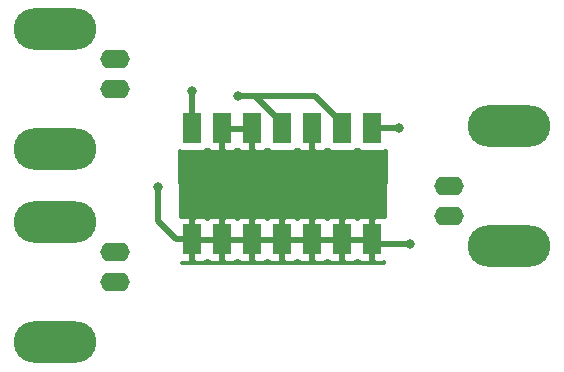
<source format=gbr>
G04 #@! TF.GenerationSoftware,KiCad,Pcbnew,(5.1.4)-1*
G04 #@! TF.CreationDate,2019-11-20T15:43:49+01:00*
G04 #@! TF.ProjectId,Phaseshifter,50686173-6573-4686-9966-7465722e6b69,rev?*
G04 #@! TF.SameCoordinates,Original*
G04 #@! TF.FileFunction,Copper,L2,Bot*
G04 #@! TF.FilePolarity,Positive*
%FSLAX46Y46*%
G04 Gerber Fmt 4.6, Leading zero omitted, Abs format (unit mm)*
G04 Created by KiCad (PCBNEW (5.1.4)-1) date 2019-11-20 15:43:49*
%MOMM*%
%LPD*%
G04 APERTURE LIST*
%ADD10O,7.000000X3.500000*%
%ADD11O,2.500000X1.600000*%
%ADD12R,1.650000X2.540000*%
%ADD13C,0.800000*%
%ADD14C,0.250000*%
%ADD15C,0.500000*%
%ADD16C,0.254000*%
G04 APERTURE END LIST*
D10*
X97880000Y-66310000D03*
X97880000Y-76470000D03*
D11*
X102960000Y-71390000D03*
X102960000Y-68850000D03*
X102920000Y-85190000D03*
X102920000Y-87730000D03*
D10*
X97840000Y-92810000D03*
X97840000Y-82650000D03*
X136330000Y-84610000D03*
X136330000Y-74450000D03*
D11*
X131250000Y-79530000D03*
X131250000Y-82070000D03*
D12*
X109450000Y-84070000D03*
X109450000Y-74670000D03*
X111990000Y-84070000D03*
X111990000Y-74670000D03*
X114530000Y-84070000D03*
X114530000Y-74670000D03*
X117070000Y-84070000D03*
X117070000Y-74670000D03*
X119610000Y-84070000D03*
X119610000Y-74670000D03*
X122150000Y-84070000D03*
X122150000Y-74670000D03*
X124690000Y-84070000D03*
X124690000Y-74670000D03*
D13*
X127880000Y-84460000D03*
X106600000Y-79650000D03*
X109450000Y-71480000D03*
X113350000Y-71940000D03*
X126990000Y-74660000D03*
D14*
X127880000Y-84460000D02*
X126370000Y-84460000D01*
D15*
X125080000Y-84460000D02*
X124690000Y-84070000D01*
X127880000Y-84460000D02*
X125080000Y-84460000D01*
X108125000Y-84070000D02*
X109450000Y-84070000D01*
X106600000Y-82545000D02*
X108125000Y-84070000D01*
X106600000Y-79650000D02*
X106600000Y-82545000D01*
D14*
X109450000Y-71480000D02*
X109450000Y-71230000D01*
D15*
X109450000Y-71480000D02*
X109450000Y-74670000D01*
X117070000Y-74225000D02*
X117070000Y-74670000D01*
X114785000Y-71940000D02*
X117070000Y-74225000D01*
X113350000Y-71940000D02*
X114785000Y-71940000D01*
X122150000Y-74225000D02*
X122150000Y-74670000D01*
X119865000Y-71940000D02*
X122150000Y-74225000D01*
X114785000Y-71940000D02*
X119865000Y-71940000D01*
X126990000Y-74660000D02*
X126990000Y-74660000D01*
X126980000Y-74670000D02*
X126990000Y-74660000D01*
X124690000Y-74670000D02*
X126980000Y-74670000D01*
D16*
G36*
X112117000Y-74543000D02*
G01*
X114403000Y-74543000D01*
X114403000Y-74523000D01*
X114657000Y-74523000D01*
X114657000Y-74543000D01*
X114677000Y-74543000D01*
X114677000Y-74797000D01*
X114657000Y-74797000D01*
X114657000Y-76416250D01*
X114815750Y-76575000D01*
X115355000Y-76578072D01*
X115479482Y-76565812D01*
X115599180Y-76529502D01*
X115709494Y-76470537D01*
X115800000Y-76396261D01*
X115890506Y-76470537D01*
X116000820Y-76529502D01*
X116120518Y-76565812D01*
X116245000Y-76578072D01*
X117895000Y-76578072D01*
X118019482Y-76565812D01*
X118139180Y-76529502D01*
X118249494Y-76470537D01*
X118340000Y-76396261D01*
X118430506Y-76470537D01*
X118540820Y-76529502D01*
X118660518Y-76565812D01*
X118785000Y-76578072D01*
X119324250Y-76575000D01*
X119483000Y-76416250D01*
X119483000Y-74797000D01*
X119463000Y-74797000D01*
X119463000Y-74543000D01*
X119483000Y-74543000D01*
X119483000Y-74523000D01*
X119737000Y-74523000D01*
X119737000Y-74543000D01*
X119757000Y-74543000D01*
X119757000Y-74797000D01*
X119737000Y-74797000D01*
X119737000Y-76416250D01*
X119895750Y-76575000D01*
X120435000Y-76578072D01*
X120559482Y-76565812D01*
X120679180Y-76529502D01*
X120789494Y-76470537D01*
X120880000Y-76396261D01*
X120970506Y-76470537D01*
X121080820Y-76529502D01*
X121200518Y-76565812D01*
X121325000Y-76578072D01*
X122975000Y-76578072D01*
X123099482Y-76565812D01*
X123219180Y-76529502D01*
X123329494Y-76470537D01*
X123420000Y-76396261D01*
X123510506Y-76470537D01*
X123620820Y-76529502D01*
X123740518Y-76565812D01*
X123865000Y-76578072D01*
X125515000Y-76578072D01*
X125639482Y-76565812D01*
X125759180Y-76529502D01*
X125852845Y-76479436D01*
X125770637Y-82216622D01*
X125759180Y-82210498D01*
X125639482Y-82174188D01*
X125515000Y-82161928D01*
X124975750Y-82165000D01*
X124817000Y-82323750D01*
X124817000Y-83943000D01*
X124837000Y-83943000D01*
X124837000Y-84197000D01*
X124817000Y-84197000D01*
X124817000Y-85816250D01*
X124975750Y-85975000D01*
X125515000Y-85978072D01*
X125639482Y-85965812D01*
X125717254Y-85942220D01*
X125714807Y-86113000D01*
X108495651Y-86113000D01*
X108494058Y-85963852D01*
X108500518Y-85965812D01*
X108625000Y-85978072D01*
X109164250Y-85975000D01*
X109323000Y-85816250D01*
X109323000Y-84197000D01*
X109577000Y-84197000D01*
X109577000Y-85816250D01*
X109735750Y-85975000D01*
X110275000Y-85978072D01*
X110399482Y-85965812D01*
X110519180Y-85929502D01*
X110629494Y-85870537D01*
X110720000Y-85796261D01*
X110810506Y-85870537D01*
X110920820Y-85929502D01*
X111040518Y-85965812D01*
X111165000Y-85978072D01*
X111704250Y-85975000D01*
X111863000Y-85816250D01*
X111863000Y-84197000D01*
X112117000Y-84197000D01*
X112117000Y-85816250D01*
X112275750Y-85975000D01*
X112815000Y-85978072D01*
X112939482Y-85965812D01*
X113059180Y-85929502D01*
X113169494Y-85870537D01*
X113260000Y-85796261D01*
X113350506Y-85870537D01*
X113460820Y-85929502D01*
X113580518Y-85965812D01*
X113705000Y-85978072D01*
X114244250Y-85975000D01*
X114403000Y-85816250D01*
X114403000Y-84197000D01*
X114657000Y-84197000D01*
X114657000Y-85816250D01*
X114815750Y-85975000D01*
X115355000Y-85978072D01*
X115479482Y-85965812D01*
X115599180Y-85929502D01*
X115709494Y-85870537D01*
X115800000Y-85796261D01*
X115890506Y-85870537D01*
X116000820Y-85929502D01*
X116120518Y-85965812D01*
X116245000Y-85978072D01*
X116784250Y-85975000D01*
X116943000Y-85816250D01*
X116943000Y-84197000D01*
X117197000Y-84197000D01*
X117197000Y-85816250D01*
X117355750Y-85975000D01*
X117895000Y-85978072D01*
X118019482Y-85965812D01*
X118139180Y-85929502D01*
X118249494Y-85870537D01*
X118340000Y-85796261D01*
X118430506Y-85870537D01*
X118540820Y-85929502D01*
X118660518Y-85965812D01*
X118785000Y-85978072D01*
X119324250Y-85975000D01*
X119483000Y-85816250D01*
X119483000Y-84197000D01*
X119737000Y-84197000D01*
X119737000Y-85816250D01*
X119895750Y-85975000D01*
X120435000Y-85978072D01*
X120559482Y-85965812D01*
X120679180Y-85929502D01*
X120789494Y-85870537D01*
X120880000Y-85796261D01*
X120970506Y-85870537D01*
X121080820Y-85929502D01*
X121200518Y-85965812D01*
X121325000Y-85978072D01*
X121864250Y-85975000D01*
X122023000Y-85816250D01*
X122023000Y-84197000D01*
X122277000Y-84197000D01*
X122277000Y-85816250D01*
X122435750Y-85975000D01*
X122975000Y-85978072D01*
X123099482Y-85965812D01*
X123219180Y-85929502D01*
X123329494Y-85870537D01*
X123420000Y-85796261D01*
X123510506Y-85870537D01*
X123620820Y-85929502D01*
X123740518Y-85965812D01*
X123865000Y-85978072D01*
X124404250Y-85975000D01*
X124563000Y-85816250D01*
X124563000Y-84197000D01*
X122277000Y-84197000D01*
X122023000Y-84197000D01*
X119737000Y-84197000D01*
X119483000Y-84197000D01*
X117197000Y-84197000D01*
X116943000Y-84197000D01*
X114657000Y-84197000D01*
X114403000Y-84197000D01*
X112117000Y-84197000D01*
X111863000Y-84197000D01*
X109577000Y-84197000D01*
X109323000Y-84197000D01*
X109303000Y-84197000D01*
X109303000Y-83943000D01*
X109323000Y-83943000D01*
X109323000Y-82323750D01*
X109577000Y-82323750D01*
X109577000Y-83943000D01*
X111863000Y-83943000D01*
X111863000Y-82323750D01*
X112117000Y-82323750D01*
X112117000Y-83943000D01*
X114403000Y-83943000D01*
X114403000Y-82323750D01*
X114657000Y-82323750D01*
X114657000Y-83943000D01*
X116943000Y-83943000D01*
X116943000Y-82323750D01*
X117197000Y-82323750D01*
X117197000Y-83943000D01*
X119483000Y-83943000D01*
X119483000Y-82323750D01*
X119737000Y-82323750D01*
X119737000Y-83943000D01*
X122023000Y-83943000D01*
X122023000Y-82323750D01*
X122277000Y-82323750D01*
X122277000Y-83943000D01*
X124563000Y-83943000D01*
X124563000Y-82323750D01*
X124404250Y-82165000D01*
X123865000Y-82161928D01*
X123740518Y-82174188D01*
X123620820Y-82210498D01*
X123510506Y-82269463D01*
X123420000Y-82343739D01*
X123329494Y-82269463D01*
X123219180Y-82210498D01*
X123099482Y-82174188D01*
X122975000Y-82161928D01*
X122435750Y-82165000D01*
X122277000Y-82323750D01*
X122023000Y-82323750D01*
X121864250Y-82165000D01*
X121325000Y-82161928D01*
X121200518Y-82174188D01*
X121080820Y-82210498D01*
X120970506Y-82269463D01*
X120880000Y-82343739D01*
X120789494Y-82269463D01*
X120679180Y-82210498D01*
X120559482Y-82174188D01*
X120435000Y-82161928D01*
X119895750Y-82165000D01*
X119737000Y-82323750D01*
X119483000Y-82323750D01*
X119324250Y-82165000D01*
X118785000Y-82161928D01*
X118660518Y-82174188D01*
X118540820Y-82210498D01*
X118430506Y-82269463D01*
X118340000Y-82343739D01*
X118249494Y-82269463D01*
X118139180Y-82210498D01*
X118019482Y-82174188D01*
X117895000Y-82161928D01*
X117355750Y-82165000D01*
X117197000Y-82323750D01*
X116943000Y-82323750D01*
X116784250Y-82165000D01*
X116245000Y-82161928D01*
X116120518Y-82174188D01*
X116000820Y-82210498D01*
X115890506Y-82269463D01*
X115800000Y-82343739D01*
X115709494Y-82269463D01*
X115599180Y-82210498D01*
X115479482Y-82174188D01*
X115355000Y-82161928D01*
X114815750Y-82165000D01*
X114657000Y-82323750D01*
X114403000Y-82323750D01*
X114244250Y-82165000D01*
X113705000Y-82161928D01*
X113580518Y-82174188D01*
X113460820Y-82210498D01*
X113350506Y-82269463D01*
X113260000Y-82343739D01*
X113169494Y-82269463D01*
X113059180Y-82210498D01*
X112939482Y-82174188D01*
X112815000Y-82161928D01*
X112275750Y-82165000D01*
X112117000Y-82323750D01*
X111863000Y-82323750D01*
X111704250Y-82165000D01*
X111165000Y-82161928D01*
X111040518Y-82174188D01*
X110920820Y-82210498D01*
X110810506Y-82269463D01*
X110720000Y-82343739D01*
X110629494Y-82269463D01*
X110519180Y-82210498D01*
X110399482Y-82174188D01*
X110275000Y-82161928D01*
X109735750Y-82165000D01*
X109577000Y-82323750D01*
X109323000Y-82323750D01*
X109164250Y-82165000D01*
X108625000Y-82161928D01*
X108500518Y-82174188D01*
X108453740Y-82188378D01*
X108393351Y-76533303D01*
X108500518Y-76565812D01*
X108625000Y-76578072D01*
X110275000Y-76578072D01*
X110399482Y-76565812D01*
X110519180Y-76529502D01*
X110629494Y-76470537D01*
X110720000Y-76396261D01*
X110810506Y-76470537D01*
X110920820Y-76529502D01*
X111040518Y-76565812D01*
X111165000Y-76578072D01*
X111704250Y-76575000D01*
X111863000Y-76416250D01*
X111863000Y-74797000D01*
X112117000Y-74797000D01*
X112117000Y-76416250D01*
X112275750Y-76575000D01*
X112815000Y-76578072D01*
X112939482Y-76565812D01*
X113059180Y-76529502D01*
X113169494Y-76470537D01*
X113260000Y-76396261D01*
X113350506Y-76470537D01*
X113460820Y-76529502D01*
X113580518Y-76565812D01*
X113705000Y-76578072D01*
X114244250Y-76575000D01*
X114403000Y-76416250D01*
X114403000Y-74797000D01*
X112117000Y-74797000D01*
X111863000Y-74797000D01*
X111843000Y-74797000D01*
X111843000Y-74543000D01*
X111863000Y-74543000D01*
X111863000Y-74523000D01*
X112117000Y-74523000D01*
X112117000Y-74543000D01*
X112117000Y-74543000D01*
G37*
X112117000Y-74543000D02*
X114403000Y-74543000D01*
X114403000Y-74523000D01*
X114657000Y-74523000D01*
X114657000Y-74543000D01*
X114677000Y-74543000D01*
X114677000Y-74797000D01*
X114657000Y-74797000D01*
X114657000Y-76416250D01*
X114815750Y-76575000D01*
X115355000Y-76578072D01*
X115479482Y-76565812D01*
X115599180Y-76529502D01*
X115709494Y-76470537D01*
X115800000Y-76396261D01*
X115890506Y-76470537D01*
X116000820Y-76529502D01*
X116120518Y-76565812D01*
X116245000Y-76578072D01*
X117895000Y-76578072D01*
X118019482Y-76565812D01*
X118139180Y-76529502D01*
X118249494Y-76470537D01*
X118340000Y-76396261D01*
X118430506Y-76470537D01*
X118540820Y-76529502D01*
X118660518Y-76565812D01*
X118785000Y-76578072D01*
X119324250Y-76575000D01*
X119483000Y-76416250D01*
X119483000Y-74797000D01*
X119463000Y-74797000D01*
X119463000Y-74543000D01*
X119483000Y-74543000D01*
X119483000Y-74523000D01*
X119737000Y-74523000D01*
X119737000Y-74543000D01*
X119757000Y-74543000D01*
X119757000Y-74797000D01*
X119737000Y-74797000D01*
X119737000Y-76416250D01*
X119895750Y-76575000D01*
X120435000Y-76578072D01*
X120559482Y-76565812D01*
X120679180Y-76529502D01*
X120789494Y-76470537D01*
X120880000Y-76396261D01*
X120970506Y-76470537D01*
X121080820Y-76529502D01*
X121200518Y-76565812D01*
X121325000Y-76578072D01*
X122975000Y-76578072D01*
X123099482Y-76565812D01*
X123219180Y-76529502D01*
X123329494Y-76470537D01*
X123420000Y-76396261D01*
X123510506Y-76470537D01*
X123620820Y-76529502D01*
X123740518Y-76565812D01*
X123865000Y-76578072D01*
X125515000Y-76578072D01*
X125639482Y-76565812D01*
X125759180Y-76529502D01*
X125852845Y-76479436D01*
X125770637Y-82216622D01*
X125759180Y-82210498D01*
X125639482Y-82174188D01*
X125515000Y-82161928D01*
X124975750Y-82165000D01*
X124817000Y-82323750D01*
X124817000Y-83943000D01*
X124837000Y-83943000D01*
X124837000Y-84197000D01*
X124817000Y-84197000D01*
X124817000Y-85816250D01*
X124975750Y-85975000D01*
X125515000Y-85978072D01*
X125639482Y-85965812D01*
X125717254Y-85942220D01*
X125714807Y-86113000D01*
X108495651Y-86113000D01*
X108494058Y-85963852D01*
X108500518Y-85965812D01*
X108625000Y-85978072D01*
X109164250Y-85975000D01*
X109323000Y-85816250D01*
X109323000Y-84197000D01*
X109577000Y-84197000D01*
X109577000Y-85816250D01*
X109735750Y-85975000D01*
X110275000Y-85978072D01*
X110399482Y-85965812D01*
X110519180Y-85929502D01*
X110629494Y-85870537D01*
X110720000Y-85796261D01*
X110810506Y-85870537D01*
X110920820Y-85929502D01*
X111040518Y-85965812D01*
X111165000Y-85978072D01*
X111704250Y-85975000D01*
X111863000Y-85816250D01*
X111863000Y-84197000D01*
X112117000Y-84197000D01*
X112117000Y-85816250D01*
X112275750Y-85975000D01*
X112815000Y-85978072D01*
X112939482Y-85965812D01*
X113059180Y-85929502D01*
X113169494Y-85870537D01*
X113260000Y-85796261D01*
X113350506Y-85870537D01*
X113460820Y-85929502D01*
X113580518Y-85965812D01*
X113705000Y-85978072D01*
X114244250Y-85975000D01*
X114403000Y-85816250D01*
X114403000Y-84197000D01*
X114657000Y-84197000D01*
X114657000Y-85816250D01*
X114815750Y-85975000D01*
X115355000Y-85978072D01*
X115479482Y-85965812D01*
X115599180Y-85929502D01*
X115709494Y-85870537D01*
X115800000Y-85796261D01*
X115890506Y-85870537D01*
X116000820Y-85929502D01*
X116120518Y-85965812D01*
X116245000Y-85978072D01*
X116784250Y-85975000D01*
X116943000Y-85816250D01*
X116943000Y-84197000D01*
X117197000Y-84197000D01*
X117197000Y-85816250D01*
X117355750Y-85975000D01*
X117895000Y-85978072D01*
X118019482Y-85965812D01*
X118139180Y-85929502D01*
X118249494Y-85870537D01*
X118340000Y-85796261D01*
X118430506Y-85870537D01*
X118540820Y-85929502D01*
X118660518Y-85965812D01*
X118785000Y-85978072D01*
X119324250Y-85975000D01*
X119483000Y-85816250D01*
X119483000Y-84197000D01*
X119737000Y-84197000D01*
X119737000Y-85816250D01*
X119895750Y-85975000D01*
X120435000Y-85978072D01*
X120559482Y-85965812D01*
X120679180Y-85929502D01*
X120789494Y-85870537D01*
X120880000Y-85796261D01*
X120970506Y-85870537D01*
X121080820Y-85929502D01*
X121200518Y-85965812D01*
X121325000Y-85978072D01*
X121864250Y-85975000D01*
X122023000Y-85816250D01*
X122023000Y-84197000D01*
X122277000Y-84197000D01*
X122277000Y-85816250D01*
X122435750Y-85975000D01*
X122975000Y-85978072D01*
X123099482Y-85965812D01*
X123219180Y-85929502D01*
X123329494Y-85870537D01*
X123420000Y-85796261D01*
X123510506Y-85870537D01*
X123620820Y-85929502D01*
X123740518Y-85965812D01*
X123865000Y-85978072D01*
X124404250Y-85975000D01*
X124563000Y-85816250D01*
X124563000Y-84197000D01*
X122277000Y-84197000D01*
X122023000Y-84197000D01*
X119737000Y-84197000D01*
X119483000Y-84197000D01*
X117197000Y-84197000D01*
X116943000Y-84197000D01*
X114657000Y-84197000D01*
X114403000Y-84197000D01*
X112117000Y-84197000D01*
X111863000Y-84197000D01*
X109577000Y-84197000D01*
X109323000Y-84197000D01*
X109303000Y-84197000D01*
X109303000Y-83943000D01*
X109323000Y-83943000D01*
X109323000Y-82323750D01*
X109577000Y-82323750D01*
X109577000Y-83943000D01*
X111863000Y-83943000D01*
X111863000Y-82323750D01*
X112117000Y-82323750D01*
X112117000Y-83943000D01*
X114403000Y-83943000D01*
X114403000Y-82323750D01*
X114657000Y-82323750D01*
X114657000Y-83943000D01*
X116943000Y-83943000D01*
X116943000Y-82323750D01*
X117197000Y-82323750D01*
X117197000Y-83943000D01*
X119483000Y-83943000D01*
X119483000Y-82323750D01*
X119737000Y-82323750D01*
X119737000Y-83943000D01*
X122023000Y-83943000D01*
X122023000Y-82323750D01*
X122277000Y-82323750D01*
X122277000Y-83943000D01*
X124563000Y-83943000D01*
X124563000Y-82323750D01*
X124404250Y-82165000D01*
X123865000Y-82161928D01*
X123740518Y-82174188D01*
X123620820Y-82210498D01*
X123510506Y-82269463D01*
X123420000Y-82343739D01*
X123329494Y-82269463D01*
X123219180Y-82210498D01*
X123099482Y-82174188D01*
X122975000Y-82161928D01*
X122435750Y-82165000D01*
X122277000Y-82323750D01*
X122023000Y-82323750D01*
X121864250Y-82165000D01*
X121325000Y-82161928D01*
X121200518Y-82174188D01*
X121080820Y-82210498D01*
X120970506Y-82269463D01*
X120880000Y-82343739D01*
X120789494Y-82269463D01*
X120679180Y-82210498D01*
X120559482Y-82174188D01*
X120435000Y-82161928D01*
X119895750Y-82165000D01*
X119737000Y-82323750D01*
X119483000Y-82323750D01*
X119324250Y-82165000D01*
X118785000Y-82161928D01*
X118660518Y-82174188D01*
X118540820Y-82210498D01*
X118430506Y-82269463D01*
X118340000Y-82343739D01*
X118249494Y-82269463D01*
X118139180Y-82210498D01*
X118019482Y-82174188D01*
X117895000Y-82161928D01*
X117355750Y-82165000D01*
X117197000Y-82323750D01*
X116943000Y-82323750D01*
X116784250Y-82165000D01*
X116245000Y-82161928D01*
X116120518Y-82174188D01*
X116000820Y-82210498D01*
X115890506Y-82269463D01*
X115800000Y-82343739D01*
X115709494Y-82269463D01*
X115599180Y-82210498D01*
X115479482Y-82174188D01*
X115355000Y-82161928D01*
X114815750Y-82165000D01*
X114657000Y-82323750D01*
X114403000Y-82323750D01*
X114244250Y-82165000D01*
X113705000Y-82161928D01*
X113580518Y-82174188D01*
X113460820Y-82210498D01*
X113350506Y-82269463D01*
X113260000Y-82343739D01*
X113169494Y-82269463D01*
X113059180Y-82210498D01*
X112939482Y-82174188D01*
X112815000Y-82161928D01*
X112275750Y-82165000D01*
X112117000Y-82323750D01*
X111863000Y-82323750D01*
X111704250Y-82165000D01*
X111165000Y-82161928D01*
X111040518Y-82174188D01*
X110920820Y-82210498D01*
X110810506Y-82269463D01*
X110720000Y-82343739D01*
X110629494Y-82269463D01*
X110519180Y-82210498D01*
X110399482Y-82174188D01*
X110275000Y-82161928D01*
X109735750Y-82165000D01*
X109577000Y-82323750D01*
X109323000Y-82323750D01*
X109164250Y-82165000D01*
X108625000Y-82161928D01*
X108500518Y-82174188D01*
X108453740Y-82188378D01*
X108393351Y-76533303D01*
X108500518Y-76565812D01*
X108625000Y-76578072D01*
X110275000Y-76578072D01*
X110399482Y-76565812D01*
X110519180Y-76529502D01*
X110629494Y-76470537D01*
X110720000Y-76396261D01*
X110810506Y-76470537D01*
X110920820Y-76529502D01*
X111040518Y-76565812D01*
X111165000Y-76578072D01*
X111704250Y-76575000D01*
X111863000Y-76416250D01*
X111863000Y-74797000D01*
X112117000Y-74797000D01*
X112117000Y-76416250D01*
X112275750Y-76575000D01*
X112815000Y-76578072D01*
X112939482Y-76565812D01*
X113059180Y-76529502D01*
X113169494Y-76470537D01*
X113260000Y-76396261D01*
X113350506Y-76470537D01*
X113460820Y-76529502D01*
X113580518Y-76565812D01*
X113705000Y-76578072D01*
X114244250Y-76575000D01*
X114403000Y-76416250D01*
X114403000Y-74797000D01*
X112117000Y-74797000D01*
X111863000Y-74797000D01*
X111843000Y-74797000D01*
X111843000Y-74543000D01*
X111863000Y-74543000D01*
X111863000Y-74523000D01*
X112117000Y-74523000D01*
X112117000Y-74543000D01*
M02*

</source>
